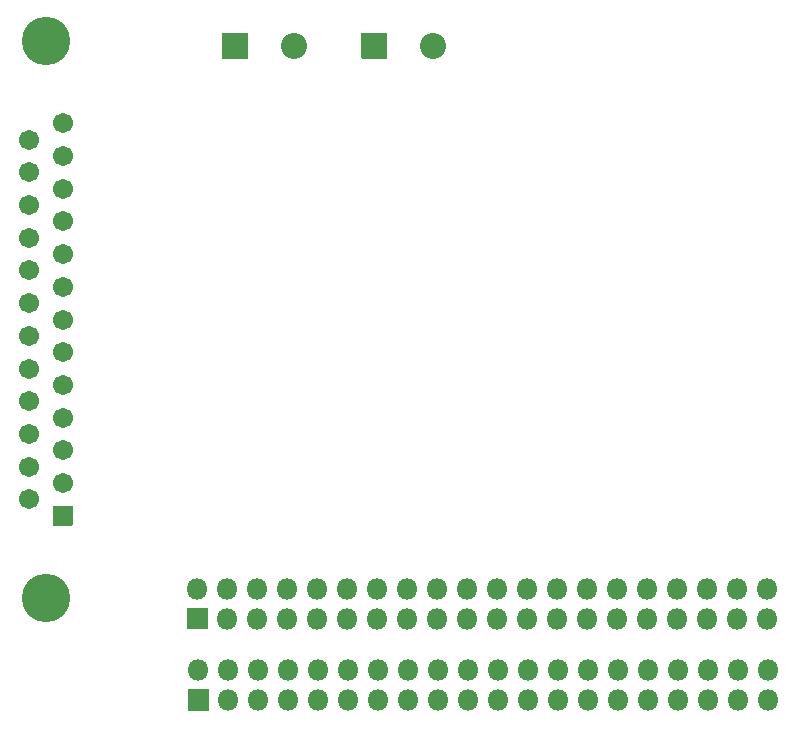
<source format=gbr>
G04 #@! TF.GenerationSoftware,KiCad,Pcbnew,5.1.8*
G04 #@! TF.CreationDate,2021-01-02T16:40:16+01:00*
G04 #@! TF.ProjectId,F008_gpio2parallel,46303038-5f67-4706-996f-32706172616c,rev?*
G04 #@! TF.SameCoordinates,PXa52d280PY2b953a0*
G04 #@! TF.FileFunction,Soldermask,Bot*
G04 #@! TF.FilePolarity,Negative*
%FSLAX46Y46*%
G04 Gerber Fmt 4.6, Leading zero omitted, Abs format (unit mm)*
G04 Created by KiCad (PCBNEW 5.1.8) date 2021-01-02 16:40:16*
%MOMM*%
%LPD*%
G01*
G04 APERTURE LIST*
%ADD10O,1.802000X1.802000*%
%ADD11C,4.102000*%
%ADD12C,1.702000*%
%ADD13C,2.202000*%
G04 APERTURE END LIST*
D10*
G04 #@! TO.C,J2*
X-5040000Y-50260000D03*
X-5040000Y-52800000D03*
X-7580000Y-50260000D03*
X-7580000Y-52800000D03*
X-10120000Y-50260000D03*
X-10120000Y-52800000D03*
X-12660000Y-50260000D03*
X-12660000Y-52800000D03*
X-15200000Y-50260000D03*
X-15200000Y-52800000D03*
X-17740000Y-50260000D03*
X-17740000Y-52800000D03*
X-20280000Y-50260000D03*
X-20280000Y-52800000D03*
X-22820000Y-50260000D03*
X-22820000Y-52800000D03*
X-25360000Y-50260000D03*
X-25360000Y-52800000D03*
X-27900000Y-50260000D03*
X-27900000Y-52800000D03*
X-30440000Y-50260000D03*
X-30440000Y-52800000D03*
X-32980000Y-50260000D03*
X-32980000Y-52800000D03*
X-35520000Y-50260000D03*
X-35520000Y-52800000D03*
X-38060000Y-50260000D03*
X-38060000Y-52800000D03*
X-40600000Y-50260000D03*
X-40600000Y-52800000D03*
X-43140000Y-50260000D03*
X-43140000Y-52800000D03*
X-45680000Y-50260000D03*
X-45680000Y-52800000D03*
X-48220000Y-50260000D03*
X-48220000Y-52800000D03*
X-50760000Y-50260000D03*
X-50760000Y-52800000D03*
X-53300000Y-50260000D03*
G36*
G01*
X-54150000Y-51899000D02*
X-52450000Y-51899000D01*
G75*
G02*
X-52399000Y-51950000I0J-51000D01*
G01*
X-52399000Y-53650000D01*
G75*
G02*
X-52450000Y-53701000I-51000J0D01*
G01*
X-54150000Y-53701000D01*
G75*
G02*
X-54201000Y-53650000I0J51000D01*
G01*
X-54201000Y-51950000D01*
G75*
G02*
X-54150000Y-51899000I51000J0D01*
G01*
G37*
G04 #@! TD*
G04 #@! TO.C,J3*
X-4940000Y-57160000D03*
X-4940000Y-59700000D03*
X-7480000Y-57160000D03*
X-7480000Y-59700000D03*
X-10020000Y-57160000D03*
X-10020000Y-59700000D03*
X-12560000Y-57160000D03*
X-12560000Y-59700000D03*
X-15100000Y-57160000D03*
X-15100000Y-59700000D03*
X-17640000Y-57160000D03*
X-17640000Y-59700000D03*
X-20180000Y-57160000D03*
X-20180000Y-59700000D03*
X-22720000Y-57160000D03*
X-22720000Y-59700000D03*
X-25260000Y-57160000D03*
X-25260000Y-59700000D03*
X-27800000Y-57160000D03*
X-27800000Y-59700000D03*
X-30340000Y-57160000D03*
X-30340000Y-59700000D03*
X-32880000Y-57160000D03*
X-32880000Y-59700000D03*
X-35420000Y-57160000D03*
X-35420000Y-59700000D03*
X-37960000Y-57160000D03*
X-37960000Y-59700000D03*
X-40500000Y-57160000D03*
X-40500000Y-59700000D03*
X-43040000Y-57160000D03*
X-43040000Y-59700000D03*
X-45580000Y-57160000D03*
X-45580000Y-59700000D03*
X-48120000Y-57160000D03*
X-48120000Y-59700000D03*
X-50660000Y-57160000D03*
X-50660000Y-59700000D03*
X-53200000Y-57160000D03*
G36*
G01*
X-52350000Y-60601000D02*
X-54050000Y-60601000D01*
G75*
G02*
X-54101000Y-60550000I0J51000D01*
G01*
X-54101000Y-58850000D01*
G75*
G02*
X-54050000Y-58799000I51000J0D01*
G01*
X-52350000Y-58799000D01*
G75*
G02*
X-52299000Y-58850000I0J-51000D01*
G01*
X-52299000Y-60550000D01*
G75*
G02*
X-52350000Y-60601000I-51000J0D01*
G01*
G37*
G04 #@! TD*
D11*
G04 #@! TO.C,J4*
X-66120000Y-51030000D03*
X-66120000Y-3930000D03*
D12*
X-67540000Y-12245000D03*
X-67540000Y-15015000D03*
X-67540000Y-17785000D03*
X-67540000Y-20555000D03*
X-67540000Y-23325000D03*
X-67540000Y-26095000D03*
X-67540000Y-28865000D03*
X-67540000Y-31635000D03*
X-67540000Y-34405000D03*
X-67540000Y-37175000D03*
X-67540000Y-39945000D03*
X-67540000Y-42715000D03*
X-64700000Y-10860000D03*
X-64700000Y-13630000D03*
X-64700000Y-16400000D03*
X-64700000Y-19170000D03*
X-64700000Y-21940000D03*
X-64700000Y-24710000D03*
X-64700000Y-27480000D03*
X-64700000Y-30250000D03*
X-64700000Y-33020000D03*
X-64700000Y-35790000D03*
X-64700000Y-38560000D03*
X-64700000Y-41330000D03*
G36*
G01*
X-65500000Y-43249000D02*
X-63900000Y-43249000D01*
G75*
G02*
X-63849000Y-43300000I0J-51000D01*
G01*
X-63849000Y-44900000D01*
G75*
G02*
X-63900000Y-44951000I-51000J0D01*
G01*
X-65500000Y-44951000D01*
G75*
G02*
X-65551000Y-44900000I0J51000D01*
G01*
X-65551000Y-43300000D01*
G75*
G02*
X-65500000Y-43249000I51000J0D01*
G01*
G37*
G04 #@! TD*
D13*
G04 #@! TO.C,J1*
X-33300000Y-4300000D03*
G36*
G01*
X-39401000Y-5350000D02*
X-39401000Y-3250000D01*
G75*
G02*
X-39350000Y-3199000I51000J0D01*
G01*
X-37250000Y-3199000D01*
G75*
G02*
X-37199000Y-3250000I0J-51000D01*
G01*
X-37199000Y-5350000D01*
G75*
G02*
X-37250000Y-5401000I-51000J0D01*
G01*
X-39350000Y-5401000D01*
G75*
G02*
X-39401000Y-5350000I0J51000D01*
G01*
G37*
G04 #@! TD*
G04 #@! TO.C,J5*
X-45100000Y-4300000D03*
G36*
G01*
X-51201000Y-5350000D02*
X-51201000Y-3250000D01*
G75*
G02*
X-51150000Y-3199000I51000J0D01*
G01*
X-49050000Y-3199000D01*
G75*
G02*
X-48999000Y-3250000I0J-51000D01*
G01*
X-48999000Y-5350000D01*
G75*
G02*
X-49050000Y-5401000I-51000J0D01*
G01*
X-51150000Y-5401000D01*
G75*
G02*
X-51201000Y-5350000I0J51000D01*
G01*
G37*
G04 #@! TD*
M02*

</source>
